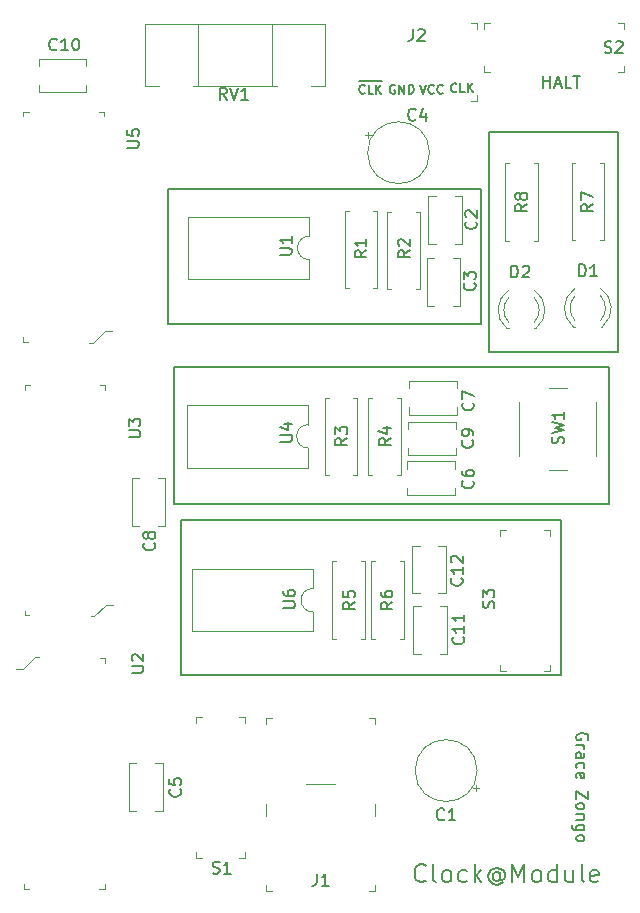
<source format=gto>
%TF.GenerationSoftware,KiCad,Pcbnew,(6.0.7)*%
%TF.CreationDate,2022-08-17T23:10:38-05:00*%
%TF.ProjectId,clock_module,636c6f63-6b5f-46d6-9f64-756c652e6b69,rev?*%
%TF.SameCoordinates,Original*%
%TF.FileFunction,Legend,Top*%
%TF.FilePolarity,Positive*%
%FSLAX46Y46*%
G04 Gerber Fmt 4.6, Leading zero omitted, Abs format (unit mm)*
G04 Created by KiCad (PCBNEW (6.0.7)) date 2022-08-17 23:10:38*
%MOMM*%
%LPD*%
G01*
G04 APERTURE LIST*
%ADD10C,0.150000*%
%ADD11C,0.100000*%
%ADD12C,0.120000*%
G04 APERTURE END LIST*
D10*
X166116000Y-75819000D02*
X177038000Y-75819000D01*
X177038000Y-75819000D02*
X177038000Y-94488000D01*
X177038000Y-94488000D02*
X166116000Y-94488000D01*
X166116000Y-94488000D02*
X166116000Y-75819000D01*
X140081000Y-108712000D02*
X172212000Y-108712000D01*
X172212000Y-108712000D02*
X172212000Y-121793000D01*
X172212000Y-121793000D02*
X140081000Y-121793000D01*
X140081000Y-121793000D02*
X140081000Y-108712000D01*
X138938000Y-80645000D02*
X165481000Y-80645000D01*
X165481000Y-80645000D02*
X165481000Y-92075000D01*
X165481000Y-92075000D02*
X138938000Y-92075000D01*
X138938000Y-92075000D02*
X138938000Y-80645000D01*
X139446000Y-95758000D02*
X176276000Y-95758000D01*
X176276000Y-95758000D02*
X176276000Y-107315000D01*
X176276000Y-107315000D02*
X139446000Y-107315000D01*
X139446000Y-107315000D02*
X139446000Y-95758000D01*
X155130500Y-71501000D02*
X157035500Y-71501000D01*
X160782000Y-139228285D02*
X160709428Y-139300857D01*
X160491714Y-139373428D01*
X160346571Y-139373428D01*
X160128857Y-139300857D01*
X159983714Y-139155714D01*
X159911142Y-139010571D01*
X159838571Y-138720285D01*
X159838571Y-138502571D01*
X159911142Y-138212285D01*
X159983714Y-138067142D01*
X160128857Y-137922000D01*
X160346571Y-137849428D01*
X160491714Y-137849428D01*
X160709428Y-137922000D01*
X160782000Y-137994571D01*
X161652857Y-139373428D02*
X161507714Y-139300857D01*
X161435142Y-139155714D01*
X161435142Y-137849428D01*
X162451142Y-139373428D02*
X162306000Y-139300857D01*
X162233428Y-139228285D01*
X162160857Y-139083142D01*
X162160857Y-138647714D01*
X162233428Y-138502571D01*
X162306000Y-138430000D01*
X162451142Y-138357428D01*
X162668857Y-138357428D01*
X162814000Y-138430000D01*
X162886571Y-138502571D01*
X162959142Y-138647714D01*
X162959142Y-139083142D01*
X162886571Y-139228285D01*
X162814000Y-139300857D01*
X162668857Y-139373428D01*
X162451142Y-139373428D01*
X164265428Y-139300857D02*
X164120285Y-139373428D01*
X163830000Y-139373428D01*
X163684857Y-139300857D01*
X163612285Y-139228285D01*
X163539714Y-139083142D01*
X163539714Y-138647714D01*
X163612285Y-138502571D01*
X163684857Y-138430000D01*
X163830000Y-138357428D01*
X164120285Y-138357428D01*
X164265428Y-138430000D01*
X164918571Y-139373428D02*
X164918571Y-137849428D01*
X165063714Y-138792857D02*
X165499142Y-139373428D01*
X165499142Y-138357428D02*
X164918571Y-138938000D01*
X167095714Y-138647714D02*
X167023142Y-138575142D01*
X166878000Y-138502571D01*
X166732857Y-138502571D01*
X166587714Y-138575142D01*
X166515142Y-138647714D01*
X166442571Y-138792857D01*
X166442571Y-138938000D01*
X166515142Y-139083142D01*
X166587714Y-139155714D01*
X166732857Y-139228285D01*
X166878000Y-139228285D01*
X167023142Y-139155714D01*
X167095714Y-139083142D01*
X167095714Y-138502571D02*
X167095714Y-139083142D01*
X167168285Y-139155714D01*
X167240857Y-139155714D01*
X167386000Y-139083142D01*
X167458571Y-138938000D01*
X167458571Y-138575142D01*
X167313428Y-138357428D01*
X167095714Y-138212285D01*
X166805428Y-138139714D01*
X166515142Y-138212285D01*
X166297428Y-138357428D01*
X166152285Y-138575142D01*
X166079714Y-138865428D01*
X166152285Y-139155714D01*
X166297428Y-139373428D01*
X166515142Y-139518571D01*
X166805428Y-139591142D01*
X167095714Y-139518571D01*
X167313428Y-139373428D01*
X168111714Y-139373428D02*
X168111714Y-137849428D01*
X168619714Y-138938000D01*
X169127714Y-137849428D01*
X169127714Y-139373428D01*
X170071142Y-139373428D02*
X169926000Y-139300857D01*
X169853428Y-139228285D01*
X169780857Y-139083142D01*
X169780857Y-138647714D01*
X169853428Y-138502571D01*
X169926000Y-138430000D01*
X170071142Y-138357428D01*
X170288857Y-138357428D01*
X170434000Y-138430000D01*
X170506571Y-138502571D01*
X170579142Y-138647714D01*
X170579142Y-139083142D01*
X170506571Y-139228285D01*
X170434000Y-139300857D01*
X170288857Y-139373428D01*
X170071142Y-139373428D01*
X171885428Y-139373428D02*
X171885428Y-137849428D01*
X171885428Y-139300857D02*
X171740285Y-139373428D01*
X171450000Y-139373428D01*
X171304857Y-139300857D01*
X171232285Y-139228285D01*
X171159714Y-139083142D01*
X171159714Y-138647714D01*
X171232285Y-138502571D01*
X171304857Y-138430000D01*
X171450000Y-138357428D01*
X171740285Y-138357428D01*
X171885428Y-138430000D01*
X173264285Y-138357428D02*
X173264285Y-139373428D01*
X172611142Y-138357428D02*
X172611142Y-139155714D01*
X172683714Y-139300857D01*
X172828857Y-139373428D01*
X173046571Y-139373428D01*
X173191714Y-139300857D01*
X173264285Y-139228285D01*
X174207714Y-139373428D02*
X174062571Y-139300857D01*
X173989999Y-139155714D01*
X173989999Y-137849428D01*
X175368857Y-139300857D02*
X175223714Y-139373428D01*
X174933428Y-139373428D01*
X174788285Y-139300857D01*
X174715714Y-139155714D01*
X174715714Y-138575142D01*
X174788285Y-138430000D01*
X174933428Y-138357428D01*
X175223714Y-138357428D01*
X175368857Y-138430000D01*
X175441428Y-138575142D01*
X175441428Y-138720285D01*
X174715714Y-138865428D01*
X158169428Y-71882000D02*
X158096857Y-71845714D01*
X157988000Y-71845714D01*
X157879142Y-71882000D01*
X157806571Y-71954571D01*
X157770285Y-72027142D01*
X157734000Y-72172285D01*
X157734000Y-72281142D01*
X157770285Y-72426285D01*
X157806571Y-72498857D01*
X157879142Y-72571428D01*
X157988000Y-72607714D01*
X158060571Y-72607714D01*
X158169428Y-72571428D01*
X158205714Y-72535142D01*
X158205714Y-72281142D01*
X158060571Y-72281142D01*
X158532285Y-72607714D02*
X158532285Y-71845714D01*
X158967714Y-72607714D01*
X158967714Y-71845714D01*
X159330571Y-72607714D02*
X159330571Y-71845714D01*
X159512000Y-71845714D01*
X159620857Y-71882000D01*
X159693428Y-71954571D01*
X159729714Y-72027142D01*
X159766000Y-72172285D01*
X159766000Y-72281142D01*
X159729714Y-72426285D01*
X159693428Y-72498857D01*
X159620857Y-72571428D01*
X159512000Y-72607714D01*
X159330571Y-72607714D01*
X160274000Y-71845714D02*
X160528000Y-72607714D01*
X160782000Y-71845714D01*
X161471428Y-72535142D02*
X161435142Y-72571428D01*
X161326285Y-72607714D01*
X161253714Y-72607714D01*
X161144857Y-72571428D01*
X161072285Y-72498857D01*
X161036000Y-72426285D01*
X160999714Y-72281142D01*
X160999714Y-72172285D01*
X161036000Y-72027142D01*
X161072285Y-71954571D01*
X161144857Y-71882000D01*
X161253714Y-71845714D01*
X161326285Y-71845714D01*
X161435142Y-71882000D01*
X161471428Y-71918285D01*
X162233428Y-72535142D02*
X162197142Y-72571428D01*
X162088285Y-72607714D01*
X162015714Y-72607714D01*
X161906857Y-72571428D01*
X161834285Y-72498857D01*
X161798000Y-72426285D01*
X161761714Y-72281142D01*
X161761714Y-72172285D01*
X161798000Y-72027142D01*
X161834285Y-71954571D01*
X161906857Y-71882000D01*
X162015714Y-71845714D01*
X162088285Y-71845714D01*
X162197142Y-71882000D01*
X162233428Y-71918285D01*
X174490000Y-127294190D02*
X174537619Y-127198952D01*
X174537619Y-127056095D01*
X174490000Y-126913238D01*
X174394761Y-126818000D01*
X174299523Y-126770380D01*
X174109047Y-126722761D01*
X173966190Y-126722761D01*
X173775714Y-126770380D01*
X173680476Y-126818000D01*
X173585238Y-126913238D01*
X173537619Y-127056095D01*
X173537619Y-127151333D01*
X173585238Y-127294190D01*
X173632857Y-127341809D01*
X173966190Y-127341809D01*
X173966190Y-127151333D01*
X173537619Y-127770380D02*
X174204285Y-127770380D01*
X174013809Y-127770380D02*
X174109047Y-127818000D01*
X174156666Y-127865619D01*
X174204285Y-127960857D01*
X174204285Y-128056095D01*
X173537619Y-128818000D02*
X174061428Y-128818000D01*
X174156666Y-128770380D01*
X174204285Y-128675142D01*
X174204285Y-128484666D01*
X174156666Y-128389428D01*
X173585238Y-128818000D02*
X173537619Y-128722761D01*
X173537619Y-128484666D01*
X173585238Y-128389428D01*
X173680476Y-128341809D01*
X173775714Y-128341809D01*
X173870952Y-128389428D01*
X173918571Y-128484666D01*
X173918571Y-128722761D01*
X173966190Y-128818000D01*
X173585238Y-129722761D02*
X173537619Y-129627523D01*
X173537619Y-129437047D01*
X173585238Y-129341809D01*
X173632857Y-129294190D01*
X173728095Y-129246571D01*
X174013809Y-129246571D01*
X174109047Y-129294190D01*
X174156666Y-129341809D01*
X174204285Y-129437047D01*
X174204285Y-129627523D01*
X174156666Y-129722761D01*
X173585238Y-130532285D02*
X173537619Y-130437047D01*
X173537619Y-130246571D01*
X173585238Y-130151333D01*
X173680476Y-130103714D01*
X174061428Y-130103714D01*
X174156666Y-130151333D01*
X174204285Y-130246571D01*
X174204285Y-130437047D01*
X174156666Y-130532285D01*
X174061428Y-130579904D01*
X173966190Y-130579904D01*
X173870952Y-130103714D01*
X174537619Y-131675142D02*
X174537619Y-132341809D01*
X173537619Y-131675142D01*
X173537619Y-132341809D01*
X173537619Y-132865619D02*
X173585238Y-132770380D01*
X173632857Y-132722761D01*
X173728095Y-132675142D01*
X174013809Y-132675142D01*
X174109047Y-132722761D01*
X174156666Y-132770380D01*
X174204285Y-132865619D01*
X174204285Y-133008476D01*
X174156666Y-133103714D01*
X174109047Y-133151333D01*
X174013809Y-133198952D01*
X173728095Y-133198952D01*
X173632857Y-133151333D01*
X173585238Y-133103714D01*
X173537619Y-133008476D01*
X173537619Y-132865619D01*
X174204285Y-133627523D02*
X173537619Y-133627523D01*
X174109047Y-133627523D02*
X174156666Y-133675142D01*
X174204285Y-133770380D01*
X174204285Y-133913238D01*
X174156666Y-134008476D01*
X174061428Y-134056095D01*
X173537619Y-134056095D01*
X174204285Y-134960857D02*
X173394761Y-134960857D01*
X173299523Y-134913238D01*
X173251904Y-134865619D01*
X173204285Y-134770380D01*
X173204285Y-134627523D01*
X173251904Y-134532285D01*
X173585238Y-134960857D02*
X173537619Y-134865619D01*
X173537619Y-134675142D01*
X173585238Y-134579904D01*
X173632857Y-134532285D01*
X173728095Y-134484666D01*
X174013809Y-134484666D01*
X174109047Y-134532285D01*
X174156666Y-134579904D01*
X174204285Y-134675142D01*
X174204285Y-134865619D01*
X174156666Y-134960857D01*
X173537619Y-135579904D02*
X173585238Y-135484666D01*
X173632857Y-135437047D01*
X173728095Y-135389428D01*
X174013809Y-135389428D01*
X174109047Y-135437047D01*
X174156666Y-135484666D01*
X174204285Y-135579904D01*
X174204285Y-135722761D01*
X174156666Y-135818000D01*
X174109047Y-135865619D01*
X174013809Y-135913238D01*
X173728095Y-135913238D01*
X173632857Y-135865619D01*
X173585238Y-135818000D01*
X173537619Y-135722761D01*
X173537619Y-135579904D01*
X155629428Y-72535142D02*
X155593142Y-72571428D01*
X155484285Y-72607714D01*
X155411714Y-72607714D01*
X155302857Y-72571428D01*
X155230285Y-72498857D01*
X155194000Y-72426285D01*
X155157714Y-72281142D01*
X155157714Y-72172285D01*
X155194000Y-72027142D01*
X155230285Y-71954571D01*
X155302857Y-71882000D01*
X155411714Y-71845714D01*
X155484285Y-71845714D01*
X155593142Y-71882000D01*
X155629428Y-71918285D01*
X156318857Y-72607714D02*
X155956000Y-72607714D01*
X155956000Y-71845714D01*
X156572857Y-72607714D02*
X156572857Y-71845714D01*
X157008285Y-72607714D02*
X156681714Y-72172285D01*
X157008285Y-71845714D02*
X156572857Y-72281142D01*
X170712000Y-72080380D02*
X170712000Y-71080380D01*
X170712000Y-71556571D02*
X171283428Y-71556571D01*
X171283428Y-72080380D02*
X171283428Y-71080380D01*
X171712000Y-71794666D02*
X172188190Y-71794666D01*
X171616761Y-72080380D02*
X171950095Y-71080380D01*
X172283428Y-72080380D01*
X173092952Y-72080380D02*
X172616761Y-72080380D01*
X172616761Y-71080380D01*
X173283428Y-71080380D02*
X173854857Y-71080380D01*
X173569142Y-72080380D02*
X173569142Y-71080380D01*
X163376428Y-72408142D02*
X163340142Y-72444428D01*
X163231285Y-72480714D01*
X163158714Y-72480714D01*
X163049857Y-72444428D01*
X162977285Y-72371857D01*
X162941000Y-72299285D01*
X162904714Y-72154142D01*
X162904714Y-72045285D01*
X162941000Y-71900142D01*
X162977285Y-71827571D01*
X163049857Y-71755000D01*
X163158714Y-71718714D01*
X163231285Y-71718714D01*
X163340142Y-71755000D01*
X163376428Y-71791285D01*
X164065857Y-72480714D02*
X163703000Y-72480714D01*
X163703000Y-71718714D01*
X164319857Y-72480714D02*
X164319857Y-71718714D01*
X164755285Y-72480714D02*
X164428714Y-72045285D01*
X164755285Y-71718714D02*
X164319857Y-72154142D01*
X142748095Y-138580761D02*
X142890952Y-138628380D01*
X143129047Y-138628380D01*
X143224285Y-138580761D01*
X143271904Y-138533142D01*
X143319523Y-138437904D01*
X143319523Y-138342666D01*
X143271904Y-138247428D01*
X143224285Y-138199809D01*
X143129047Y-138152190D01*
X142938571Y-138104571D01*
X142843333Y-138056952D01*
X142795714Y-138009333D01*
X142748095Y-137914095D01*
X142748095Y-137818857D01*
X142795714Y-137723619D01*
X142843333Y-137676000D01*
X142938571Y-137628380D01*
X143176666Y-137628380D01*
X143319523Y-137676000D01*
X144271904Y-138628380D02*
X143700476Y-138628380D01*
X143986190Y-138628380D02*
X143986190Y-137628380D01*
X143890952Y-137771238D01*
X143795714Y-137866476D01*
X143700476Y-137914095D01*
X135875780Y-121615104D02*
X136685304Y-121615104D01*
X136780542Y-121567485D01*
X136828161Y-121519866D01*
X136875780Y-121424628D01*
X136875780Y-121234152D01*
X136828161Y-121138914D01*
X136780542Y-121091295D01*
X136685304Y-121043676D01*
X135875780Y-121043676D01*
X135971019Y-120615104D02*
X135923400Y-120567485D01*
X135875780Y-120472247D01*
X135875780Y-120234152D01*
X135923400Y-120138914D01*
X135971019Y-120091295D01*
X136066257Y-120043676D01*
X136161495Y-120043676D01*
X136304352Y-120091295D01*
X136875780Y-120662723D01*
X136875780Y-120043676D01*
X155747980Y-85866266D02*
X155271790Y-86199600D01*
X155747980Y-86437695D02*
X154747980Y-86437695D01*
X154747980Y-86056742D01*
X154795600Y-85961504D01*
X154843219Y-85913885D01*
X154938457Y-85866266D01*
X155081314Y-85866266D01*
X155176552Y-85913885D01*
X155224171Y-85961504D01*
X155271790Y-86056742D01*
X155271790Y-86437695D01*
X155747980Y-84913885D02*
X155747980Y-85485314D01*
X155747980Y-85199600D02*
X154747980Y-85199600D01*
X154890838Y-85294838D01*
X154986076Y-85390076D01*
X155033695Y-85485314D01*
X143930761Y-73096380D02*
X143597428Y-72620190D01*
X143359333Y-73096380D02*
X143359333Y-72096380D01*
X143740285Y-72096380D01*
X143835523Y-72144000D01*
X143883142Y-72191619D01*
X143930761Y-72286857D01*
X143930761Y-72429714D01*
X143883142Y-72524952D01*
X143835523Y-72572571D01*
X143740285Y-72620190D01*
X143359333Y-72620190D01*
X144216476Y-72096380D02*
X144549809Y-73096380D01*
X144883142Y-72096380D01*
X145740285Y-73096380D02*
X145168857Y-73096380D01*
X145454571Y-73096380D02*
X145454571Y-72096380D01*
X145359333Y-72239238D01*
X145264095Y-72334476D01*
X145168857Y-72382095D01*
X172413561Y-102196733D02*
X172461180Y-102053876D01*
X172461180Y-101815780D01*
X172413561Y-101720542D01*
X172365942Y-101672923D01*
X172270704Y-101625304D01*
X172175466Y-101625304D01*
X172080228Y-101672923D01*
X172032609Y-101720542D01*
X171984990Y-101815780D01*
X171937371Y-102006257D01*
X171889752Y-102101495D01*
X171842133Y-102149114D01*
X171746895Y-102196733D01*
X171651657Y-102196733D01*
X171556419Y-102149114D01*
X171508800Y-102101495D01*
X171461180Y-102006257D01*
X171461180Y-101768161D01*
X171508800Y-101625304D01*
X171461180Y-101291971D02*
X172461180Y-101053876D01*
X171746895Y-100863400D01*
X172461180Y-100672923D01*
X171461180Y-100434828D01*
X172461180Y-99530066D02*
X172461180Y-100101495D01*
X172461180Y-99815780D02*
X171461180Y-99815780D01*
X171604038Y-99911019D01*
X171699276Y-100006257D01*
X171746895Y-100101495D01*
X154782780Y-115635066D02*
X154306590Y-115968400D01*
X154782780Y-116206495D02*
X153782780Y-116206495D01*
X153782780Y-115825542D01*
X153830400Y-115730304D01*
X153878019Y-115682685D01*
X153973257Y-115635066D01*
X154116114Y-115635066D01*
X154211352Y-115682685D01*
X154258971Y-115730304D01*
X154306590Y-115825542D01*
X154306590Y-116206495D01*
X153782780Y-114730304D02*
X153782780Y-115206495D01*
X154258971Y-115254114D01*
X154211352Y-115206495D01*
X154163733Y-115111257D01*
X154163733Y-114873161D01*
X154211352Y-114777923D01*
X154258971Y-114730304D01*
X154354209Y-114682685D01*
X154592304Y-114682685D01*
X154687542Y-114730304D01*
X154735161Y-114777923D01*
X154782780Y-114873161D01*
X154782780Y-115111257D01*
X154735161Y-115206495D01*
X154687542Y-115254114D01*
X159915445Y-74779142D02*
X159867826Y-74826761D01*
X159724969Y-74874380D01*
X159629731Y-74874380D01*
X159486873Y-74826761D01*
X159391635Y-74731523D01*
X159344016Y-74636285D01*
X159296397Y-74445809D01*
X159296397Y-74302952D01*
X159344016Y-74112476D01*
X159391635Y-74017238D01*
X159486873Y-73922000D01*
X159629731Y-73874380D01*
X159724969Y-73874380D01*
X159867826Y-73922000D01*
X159915445Y-73969619D01*
X160772588Y-74207714D02*
X160772588Y-74874380D01*
X160534492Y-73826761D02*
X160296397Y-74541047D01*
X160915445Y-74541047D01*
X173759904Y-88056980D02*
X173759904Y-87056980D01*
X173998000Y-87056980D01*
X174140857Y-87104600D01*
X174236095Y-87199838D01*
X174283714Y-87295076D01*
X174331333Y-87485552D01*
X174331333Y-87628409D01*
X174283714Y-87818885D01*
X174236095Y-87914123D01*
X174140857Y-88009361D01*
X173998000Y-88056980D01*
X173759904Y-88056980D01*
X175283714Y-88056980D02*
X174712285Y-88056980D01*
X174998000Y-88056980D02*
X174998000Y-87056980D01*
X174902761Y-87199838D01*
X174807523Y-87295076D01*
X174712285Y-87342695D01*
X159430980Y-85866266D02*
X158954790Y-86199600D01*
X159430980Y-86437695D02*
X158430980Y-86437695D01*
X158430980Y-86056742D01*
X158478600Y-85961504D01*
X158526219Y-85913885D01*
X158621457Y-85866266D01*
X158764314Y-85866266D01*
X158859552Y-85913885D01*
X158907171Y-85961504D01*
X158954790Y-86056742D01*
X158954790Y-86437695D01*
X158526219Y-85485314D02*
X158478600Y-85437695D01*
X158430980Y-85342457D01*
X158430980Y-85104361D01*
X158478600Y-85009123D01*
X158526219Y-84961504D01*
X158621457Y-84913885D01*
X158716695Y-84913885D01*
X158859552Y-84961504D01*
X159430980Y-85532933D01*
X159430980Y-84913885D01*
X164771342Y-98769466D02*
X164818961Y-98817085D01*
X164866580Y-98959942D01*
X164866580Y-99055180D01*
X164818961Y-99198038D01*
X164723723Y-99293276D01*
X164628485Y-99340895D01*
X164438009Y-99388514D01*
X164295152Y-99388514D01*
X164104676Y-99340895D01*
X164009438Y-99293276D01*
X163914200Y-99198038D01*
X163866580Y-99055180D01*
X163866580Y-98959942D01*
X163914200Y-98817085D01*
X163961819Y-98769466D01*
X163866580Y-98436133D02*
X163866580Y-97769466D01*
X164866580Y-98198038D01*
X163806142Y-113622057D02*
X163853761Y-113669676D01*
X163901380Y-113812533D01*
X163901380Y-113907771D01*
X163853761Y-114050628D01*
X163758523Y-114145866D01*
X163663285Y-114193485D01*
X163472809Y-114241104D01*
X163329952Y-114241104D01*
X163139476Y-114193485D01*
X163044238Y-114145866D01*
X162949000Y-114050628D01*
X162901380Y-113907771D01*
X162901380Y-113812533D01*
X162949000Y-113669676D01*
X162996619Y-113622057D01*
X163901380Y-112669676D02*
X163901380Y-113241104D01*
X163901380Y-112955390D02*
X162901380Y-112955390D01*
X163044238Y-113050628D01*
X163139476Y-113145866D01*
X163187095Y-113241104D01*
X162996619Y-112288723D02*
X162949000Y-112241104D01*
X162901380Y-112145866D01*
X162901380Y-111907771D01*
X162949000Y-111812533D01*
X162996619Y-111764914D01*
X163091857Y-111717295D01*
X163187095Y-111717295D01*
X163329952Y-111764914D01*
X163901380Y-112336342D01*
X163901380Y-111717295D01*
X169362380Y-81954666D02*
X168886190Y-82288000D01*
X169362380Y-82526095D02*
X168362380Y-82526095D01*
X168362380Y-82145142D01*
X168410000Y-82049904D01*
X168457619Y-82002285D01*
X168552857Y-81954666D01*
X168695714Y-81954666D01*
X168790952Y-82002285D01*
X168838571Y-82049904D01*
X168886190Y-82145142D01*
X168886190Y-82526095D01*
X168790952Y-81383238D02*
X168743333Y-81478476D01*
X168695714Y-81526095D01*
X168600476Y-81573714D01*
X168552857Y-81573714D01*
X168457619Y-81526095D01*
X168410000Y-81478476D01*
X168362380Y-81383238D01*
X168362380Y-81192761D01*
X168410000Y-81097523D01*
X168457619Y-81049904D01*
X168552857Y-81002285D01*
X168600476Y-81002285D01*
X168695714Y-81049904D01*
X168743333Y-81097523D01*
X168790952Y-81192761D01*
X168790952Y-81383238D01*
X168838571Y-81478476D01*
X168886190Y-81526095D01*
X168981428Y-81573714D01*
X169171904Y-81573714D01*
X169267142Y-81526095D01*
X169314761Y-81478476D01*
X169362380Y-81383238D01*
X169362380Y-81192761D01*
X169314761Y-81097523D01*
X169267142Y-81049904D01*
X169171904Y-81002285D01*
X168981428Y-81002285D01*
X168886190Y-81049904D01*
X168838571Y-81097523D01*
X168790952Y-81192761D01*
X154122380Y-101766666D02*
X153646190Y-102100000D01*
X154122380Y-102338095D02*
X153122380Y-102338095D01*
X153122380Y-101957142D01*
X153170000Y-101861904D01*
X153217619Y-101814285D01*
X153312857Y-101766666D01*
X153455714Y-101766666D01*
X153550952Y-101814285D01*
X153598571Y-101861904D01*
X153646190Y-101957142D01*
X153646190Y-102338095D01*
X153122380Y-101433333D02*
X153122380Y-100814285D01*
X153503333Y-101147619D01*
X153503333Y-101004761D01*
X153550952Y-100909523D01*
X153598571Y-100861904D01*
X153693809Y-100814285D01*
X153931904Y-100814285D01*
X154027142Y-100861904D01*
X154074761Y-100909523D01*
X154122380Y-101004761D01*
X154122380Y-101290476D01*
X154074761Y-101385714D01*
X154027142Y-101433333D01*
X148474180Y-102057104D02*
X149283704Y-102057104D01*
X149378942Y-102009485D01*
X149426561Y-101961866D01*
X149474180Y-101866628D01*
X149474180Y-101676152D01*
X149426561Y-101580914D01*
X149378942Y-101533295D01*
X149283704Y-101485676D01*
X148474180Y-101485676D01*
X148807514Y-100580914D02*
X149474180Y-100580914D01*
X148426561Y-100819009D02*
X149140847Y-101057104D01*
X149140847Y-100438057D01*
X174950380Y-81954666D02*
X174474190Y-82288000D01*
X174950380Y-82526095D02*
X173950380Y-82526095D01*
X173950380Y-82145142D01*
X173998000Y-82049904D01*
X174045619Y-82002285D01*
X174140857Y-81954666D01*
X174283714Y-81954666D01*
X174378952Y-82002285D01*
X174426571Y-82049904D01*
X174474190Y-82145142D01*
X174474190Y-82526095D01*
X173950380Y-81621333D02*
X173950380Y-80954666D01*
X174950380Y-81383238D01*
X164720542Y-101944466D02*
X164768161Y-101992085D01*
X164815780Y-102134942D01*
X164815780Y-102230180D01*
X164768161Y-102373038D01*
X164672923Y-102468276D01*
X164577685Y-102515895D01*
X164387209Y-102563514D01*
X164244352Y-102563514D01*
X164053876Y-102515895D01*
X163958638Y-102468276D01*
X163863400Y-102373038D01*
X163815780Y-102230180D01*
X163815780Y-102134942D01*
X163863400Y-101992085D01*
X163911019Y-101944466D01*
X164815780Y-101468276D02*
X164815780Y-101277800D01*
X164768161Y-101182561D01*
X164720542Y-101134942D01*
X164577685Y-101039704D01*
X164387209Y-100992085D01*
X164006257Y-100992085D01*
X163911019Y-101039704D01*
X163863400Y-101087323D01*
X163815780Y-101182561D01*
X163815780Y-101373038D01*
X163863400Y-101468276D01*
X163911019Y-101515895D01*
X164006257Y-101563514D01*
X164244352Y-101563514D01*
X164339590Y-101515895D01*
X164387209Y-101468276D01*
X164434828Y-101373038D01*
X164434828Y-101182561D01*
X164387209Y-101087323D01*
X164339590Y-101039704D01*
X164244352Y-100992085D01*
X162337133Y-134016829D02*
X162289514Y-134064448D01*
X162146657Y-134112067D01*
X162051419Y-134112067D01*
X161908561Y-134064448D01*
X161813323Y-133969210D01*
X161765704Y-133873972D01*
X161718085Y-133683496D01*
X161718085Y-133540639D01*
X161765704Y-133350163D01*
X161813323Y-133254925D01*
X161908561Y-133159687D01*
X162051419Y-133112067D01*
X162146657Y-133112067D01*
X162289514Y-133159687D01*
X162337133Y-133207306D01*
X163289514Y-134112067D02*
X162718085Y-134112067D01*
X163003800Y-134112067D02*
X163003800Y-133112067D01*
X162908561Y-133254925D01*
X162813323Y-133350163D01*
X162718085Y-133397782D01*
X135494780Y-77165104D02*
X136304304Y-77165104D01*
X136399542Y-77117485D01*
X136447161Y-77069866D01*
X136494780Y-76974628D01*
X136494780Y-76784152D01*
X136447161Y-76688914D01*
X136399542Y-76641295D01*
X136304304Y-76593676D01*
X135494780Y-76593676D01*
X135494780Y-75641295D02*
X135494780Y-76117485D01*
X135970971Y-76165104D01*
X135923352Y-76117485D01*
X135875733Y-76022247D01*
X135875733Y-75784152D01*
X135923352Y-75688914D01*
X135970971Y-75641295D01*
X136066209Y-75593676D01*
X136304304Y-75593676D01*
X136399542Y-75641295D01*
X136447161Y-75688914D01*
X136494780Y-75784152D01*
X136494780Y-76022247D01*
X136447161Y-76117485D01*
X136399542Y-76165104D01*
X166548761Y-116127904D02*
X166596380Y-115985047D01*
X166596380Y-115746952D01*
X166548761Y-115651714D01*
X166501142Y-115604095D01*
X166405904Y-115556476D01*
X166310666Y-115556476D01*
X166215428Y-115604095D01*
X166167809Y-115651714D01*
X166120190Y-115746952D01*
X166072571Y-115937428D01*
X166024952Y-116032666D01*
X165977333Y-116080285D01*
X165882095Y-116127904D01*
X165786857Y-116127904D01*
X165691619Y-116080285D01*
X165644000Y-116032666D01*
X165596380Y-115937428D01*
X165596380Y-115699333D01*
X165644000Y-115556476D01*
X165596380Y-115223142D02*
X165596380Y-114604095D01*
X165977333Y-114937428D01*
X165977333Y-114794571D01*
X166024952Y-114699333D01*
X166072571Y-114651714D01*
X166167809Y-114604095D01*
X166405904Y-114604095D01*
X166501142Y-114651714D01*
X166548761Y-114699333D01*
X166596380Y-114794571D01*
X166596380Y-115080285D01*
X166548761Y-115175523D01*
X166501142Y-115223142D01*
X175920495Y-69111761D02*
X176063352Y-69159380D01*
X176301447Y-69159380D01*
X176396685Y-69111761D01*
X176444304Y-69064142D01*
X176491923Y-68968904D01*
X176491923Y-68873666D01*
X176444304Y-68778428D01*
X176396685Y-68730809D01*
X176301447Y-68683190D01*
X176110971Y-68635571D01*
X176015733Y-68587952D01*
X175968114Y-68540333D01*
X175920495Y-68445095D01*
X175920495Y-68349857D01*
X175968114Y-68254619D01*
X176015733Y-68207000D01*
X176110971Y-68159380D01*
X176349066Y-68159380D01*
X176491923Y-68207000D01*
X176872876Y-68254619D02*
X176920495Y-68207000D01*
X177015733Y-68159380D01*
X177253828Y-68159380D01*
X177349066Y-68207000D01*
X177396685Y-68254619D01*
X177444304Y-68349857D01*
X177444304Y-68445095D01*
X177396685Y-68587952D01*
X176825257Y-69159380D01*
X177444304Y-69159380D01*
X164745942Y-105373466D02*
X164793561Y-105421085D01*
X164841180Y-105563942D01*
X164841180Y-105659180D01*
X164793561Y-105802038D01*
X164698323Y-105897276D01*
X164603085Y-105944895D01*
X164412609Y-105992514D01*
X164269752Y-105992514D01*
X164079276Y-105944895D01*
X163984038Y-105897276D01*
X163888800Y-105802038D01*
X163841180Y-105659180D01*
X163841180Y-105563942D01*
X163888800Y-105421085D01*
X163936419Y-105373466D01*
X163841180Y-104516323D02*
X163841180Y-104706800D01*
X163888800Y-104802038D01*
X163936419Y-104849657D01*
X164079276Y-104944895D01*
X164269752Y-104992514D01*
X164650704Y-104992514D01*
X164745942Y-104944895D01*
X164793561Y-104897276D01*
X164841180Y-104802038D01*
X164841180Y-104611561D01*
X164793561Y-104516323D01*
X164745942Y-104468704D01*
X164650704Y-104421085D01*
X164412609Y-104421085D01*
X164317371Y-104468704D01*
X164269752Y-104516323D01*
X164222133Y-104611561D01*
X164222133Y-104802038D01*
X164269752Y-104897276D01*
X164317371Y-104944895D01*
X164412609Y-104992514D01*
X135621780Y-101676104D02*
X136431304Y-101676104D01*
X136526542Y-101628485D01*
X136574161Y-101580866D01*
X136621780Y-101485628D01*
X136621780Y-101295152D01*
X136574161Y-101199914D01*
X136526542Y-101152295D01*
X136431304Y-101104676D01*
X135621780Y-101104676D01*
X135621780Y-100723723D02*
X135621780Y-100104676D01*
X136002733Y-100438009D01*
X136002733Y-100295152D01*
X136050352Y-100199914D01*
X136097971Y-100152295D01*
X136193209Y-100104676D01*
X136431304Y-100104676D01*
X136526542Y-100152295D01*
X136574161Y-100199914D01*
X136621780Y-100295152D01*
X136621780Y-100580866D01*
X136574161Y-100676104D01*
X136526542Y-100723723D01*
X157805380Y-101766666D02*
X157329190Y-102100000D01*
X157805380Y-102338095D02*
X156805380Y-102338095D01*
X156805380Y-101957142D01*
X156853000Y-101861904D01*
X156900619Y-101814285D01*
X156995857Y-101766666D01*
X157138714Y-101766666D01*
X157233952Y-101814285D01*
X157281571Y-101861904D01*
X157329190Y-101957142D01*
X157329190Y-102338095D01*
X157138714Y-100909523D02*
X157805380Y-100909523D01*
X156757761Y-101147619D02*
X157472047Y-101385714D01*
X157472047Y-100766666D01*
X157957780Y-115635066D02*
X157481590Y-115968400D01*
X157957780Y-116206495D02*
X156957780Y-116206495D01*
X156957780Y-115825542D01*
X157005400Y-115730304D01*
X157053019Y-115682685D01*
X157148257Y-115635066D01*
X157291114Y-115635066D01*
X157386352Y-115682685D01*
X157433971Y-115730304D01*
X157481590Y-115825542D01*
X157481590Y-116206495D01*
X156957780Y-114777923D02*
X156957780Y-114968400D01*
X157005400Y-115063638D01*
X157053019Y-115111257D01*
X157195876Y-115206495D01*
X157386352Y-115254114D01*
X157767304Y-115254114D01*
X157862542Y-115206495D01*
X157910161Y-115158876D01*
X157957780Y-115063638D01*
X157957780Y-114873161D01*
X157910161Y-114777923D01*
X157862542Y-114730304D01*
X157767304Y-114682685D01*
X157529209Y-114682685D01*
X157433971Y-114730304D01*
X157386352Y-114777923D01*
X157338733Y-114873161D01*
X157338733Y-115063638D01*
X157386352Y-115158876D01*
X157433971Y-115206495D01*
X157529209Y-115254114D01*
X137771142Y-110656666D02*
X137818761Y-110704285D01*
X137866380Y-110847142D01*
X137866380Y-110942380D01*
X137818761Y-111085238D01*
X137723523Y-111180476D01*
X137628285Y-111228095D01*
X137437809Y-111275714D01*
X137294952Y-111275714D01*
X137104476Y-111228095D01*
X137009238Y-111180476D01*
X136914000Y-111085238D01*
X136866380Y-110942380D01*
X136866380Y-110847142D01*
X136914000Y-110704285D01*
X136961619Y-110656666D01*
X137294952Y-110085238D02*
X137247333Y-110180476D01*
X137199714Y-110228095D01*
X137104476Y-110275714D01*
X137056857Y-110275714D01*
X136961619Y-110228095D01*
X136914000Y-110180476D01*
X136866380Y-110085238D01*
X136866380Y-109894761D01*
X136914000Y-109799523D01*
X136961619Y-109751904D01*
X137056857Y-109704285D01*
X137104476Y-109704285D01*
X137199714Y-109751904D01*
X137247333Y-109799523D01*
X137294952Y-109894761D01*
X137294952Y-110085238D01*
X137342571Y-110180476D01*
X137390190Y-110228095D01*
X137485428Y-110275714D01*
X137675904Y-110275714D01*
X137771142Y-110228095D01*
X137818761Y-110180476D01*
X137866380Y-110085238D01*
X137866380Y-109894761D01*
X137818761Y-109799523D01*
X137771142Y-109751904D01*
X137675904Y-109704285D01*
X137485428Y-109704285D01*
X137390190Y-109751904D01*
X137342571Y-109799523D01*
X137294952Y-109894761D01*
X168019504Y-88158580D02*
X168019504Y-87158580D01*
X168257600Y-87158580D01*
X168400457Y-87206200D01*
X168495695Y-87301438D01*
X168543314Y-87396676D01*
X168590933Y-87587152D01*
X168590933Y-87730009D01*
X168543314Y-87920485D01*
X168495695Y-88015723D01*
X168400457Y-88110961D01*
X168257600Y-88158580D01*
X168019504Y-88158580D01*
X168971885Y-87253819D02*
X169019504Y-87206200D01*
X169114742Y-87158580D01*
X169352838Y-87158580D01*
X169448076Y-87206200D01*
X169495695Y-87253819D01*
X169543314Y-87349057D01*
X169543314Y-87444295D01*
X169495695Y-87587152D01*
X168924266Y-88158580D01*
X169543314Y-88158580D01*
X151558666Y-138644380D02*
X151558666Y-139358666D01*
X151511047Y-139501523D01*
X151415809Y-139596761D01*
X151272952Y-139644380D01*
X151177714Y-139644380D01*
X152558666Y-139644380D02*
X151987238Y-139644380D01*
X152272952Y-139644380D02*
X152272952Y-138644380D01*
X152177714Y-138787238D01*
X152082476Y-138882476D01*
X151987238Y-138930095D01*
X139979629Y-131488753D02*
X140027248Y-131536372D01*
X140074867Y-131679229D01*
X140074867Y-131774467D01*
X140027248Y-131917325D01*
X139932010Y-132012563D01*
X139836772Y-132060182D01*
X139646296Y-132107801D01*
X139503439Y-132107801D01*
X139312963Y-132060182D01*
X139217725Y-132012563D01*
X139122487Y-131917325D01*
X139074867Y-131774467D01*
X139074867Y-131679229D01*
X139122487Y-131536372D01*
X139170106Y-131488753D01*
X139074867Y-130583991D02*
X139074867Y-131060182D01*
X139551058Y-131107801D01*
X139503439Y-131060182D01*
X139455820Y-130964944D01*
X139455820Y-130726848D01*
X139503439Y-130631610D01*
X139551058Y-130583991D01*
X139646296Y-130536372D01*
X139884391Y-130536372D01*
X139979629Y-130583991D01*
X140027248Y-130631610D01*
X140074867Y-130726848D01*
X140074867Y-130964944D01*
X140027248Y-131060182D01*
X139979629Y-131107801D01*
X165025342Y-83427866D02*
X165072961Y-83475485D01*
X165120580Y-83618342D01*
X165120580Y-83713580D01*
X165072961Y-83856438D01*
X164977723Y-83951676D01*
X164882485Y-83999295D01*
X164692009Y-84046914D01*
X164549152Y-84046914D01*
X164358676Y-83999295D01*
X164263438Y-83951676D01*
X164168200Y-83856438D01*
X164120580Y-83713580D01*
X164120580Y-83618342D01*
X164168200Y-83475485D01*
X164215819Y-83427866D01*
X164215819Y-83046914D02*
X164168200Y-82999295D01*
X164120580Y-82904057D01*
X164120580Y-82665961D01*
X164168200Y-82570723D01*
X164215819Y-82523104D01*
X164311057Y-82475485D01*
X164406295Y-82475485D01*
X164549152Y-82523104D01*
X165120580Y-83094533D01*
X165120580Y-82475485D01*
X163933142Y-118600457D02*
X163980761Y-118648076D01*
X164028380Y-118790933D01*
X164028380Y-118886171D01*
X163980761Y-119029028D01*
X163885523Y-119124266D01*
X163790285Y-119171885D01*
X163599809Y-119219504D01*
X163456952Y-119219504D01*
X163266476Y-119171885D01*
X163171238Y-119124266D01*
X163076000Y-119029028D01*
X163028380Y-118886171D01*
X163028380Y-118790933D01*
X163076000Y-118648076D01*
X163123619Y-118600457D01*
X164028380Y-117648076D02*
X164028380Y-118219504D01*
X164028380Y-117933790D02*
X163028380Y-117933790D01*
X163171238Y-118029028D01*
X163266476Y-118124266D01*
X163314095Y-118219504D01*
X164028380Y-116695695D02*
X164028380Y-117267123D01*
X164028380Y-116981409D02*
X163028380Y-116981409D01*
X163171238Y-117076647D01*
X163266476Y-117171885D01*
X163314095Y-117267123D01*
X164898342Y-88629466D02*
X164945961Y-88677085D01*
X164993580Y-88819942D01*
X164993580Y-88915180D01*
X164945961Y-89058038D01*
X164850723Y-89153276D01*
X164755485Y-89200895D01*
X164565009Y-89248514D01*
X164422152Y-89248514D01*
X164231676Y-89200895D01*
X164136438Y-89153276D01*
X164041200Y-89058038D01*
X163993580Y-88915180D01*
X163993580Y-88819942D01*
X164041200Y-88677085D01*
X164088819Y-88629466D01*
X163993580Y-88296133D02*
X163993580Y-87677085D01*
X164374533Y-88010419D01*
X164374533Y-87867561D01*
X164422152Y-87772323D01*
X164469771Y-87724704D01*
X164565009Y-87677085D01*
X164803104Y-87677085D01*
X164898342Y-87724704D01*
X164945961Y-87772323D01*
X164993580Y-87867561D01*
X164993580Y-88153276D01*
X164945961Y-88248514D01*
X164898342Y-88296133D01*
X129532142Y-68835542D02*
X129484523Y-68883161D01*
X129341666Y-68930780D01*
X129246428Y-68930780D01*
X129103571Y-68883161D01*
X129008333Y-68787923D01*
X128960714Y-68692685D01*
X128913095Y-68502209D01*
X128913095Y-68359352D01*
X128960714Y-68168876D01*
X129008333Y-68073638D01*
X129103571Y-67978400D01*
X129246428Y-67930780D01*
X129341666Y-67930780D01*
X129484523Y-67978400D01*
X129532142Y-68026019D01*
X130484523Y-68930780D02*
X129913095Y-68930780D01*
X130198809Y-68930780D02*
X130198809Y-67930780D01*
X130103571Y-68073638D01*
X130008333Y-68168876D01*
X129913095Y-68216495D01*
X131103571Y-67930780D02*
X131198809Y-67930780D01*
X131294047Y-67978400D01*
X131341666Y-68026019D01*
X131389285Y-68121257D01*
X131436904Y-68311733D01*
X131436904Y-68549828D01*
X131389285Y-68740304D01*
X131341666Y-68835542D01*
X131294047Y-68883161D01*
X131198809Y-68930780D01*
X131103571Y-68930780D01*
X131008333Y-68883161D01*
X130960714Y-68835542D01*
X130913095Y-68740304D01*
X130865476Y-68549828D01*
X130865476Y-68311733D01*
X130913095Y-68121257D01*
X130960714Y-68026019D01*
X131008333Y-67978400D01*
X131103571Y-67930780D01*
X148423380Y-86232904D02*
X149232904Y-86232904D01*
X149328142Y-86185285D01*
X149375761Y-86137666D01*
X149423380Y-86042428D01*
X149423380Y-85851952D01*
X149375761Y-85756714D01*
X149328142Y-85709095D01*
X149232904Y-85661476D01*
X148423380Y-85661476D01*
X149423380Y-84661476D02*
X149423380Y-85232904D01*
X149423380Y-84947190D02*
X148423380Y-84947190D01*
X148566238Y-85042428D01*
X148661476Y-85137666D01*
X148709095Y-85232904D01*
X159686666Y-67143380D02*
X159686666Y-67857666D01*
X159639047Y-68000523D01*
X159543809Y-68095761D01*
X159400952Y-68143380D01*
X159305714Y-68143380D01*
X160115238Y-67238619D02*
X160162857Y-67191000D01*
X160258095Y-67143380D01*
X160496190Y-67143380D01*
X160591428Y-67191000D01*
X160639047Y-67238619D01*
X160686666Y-67333857D01*
X160686666Y-67429095D01*
X160639047Y-67571952D01*
X160067619Y-68143380D01*
X160686666Y-68143380D01*
X148702780Y-116154104D02*
X149512304Y-116154104D01*
X149607542Y-116106485D01*
X149655161Y-116058866D01*
X149702780Y-115963628D01*
X149702780Y-115773152D01*
X149655161Y-115677914D01*
X149607542Y-115630295D01*
X149512304Y-115582676D01*
X148702780Y-115582676D01*
X148702780Y-114677914D02*
X148702780Y-114868390D01*
X148750400Y-114963628D01*
X148798019Y-115011247D01*
X148940876Y-115106485D01*
X149131352Y-115154104D01*
X149512304Y-115154104D01*
X149607542Y-115106485D01*
X149655161Y-115058866D01*
X149702780Y-114963628D01*
X149702780Y-114773152D01*
X149655161Y-114677914D01*
X149607542Y-114630295D01*
X149512304Y-114582676D01*
X149274209Y-114582676D01*
X149178971Y-114630295D01*
X149131352Y-114677914D01*
X149083733Y-114773152D01*
X149083733Y-114963628D01*
X149131352Y-115058866D01*
X149178971Y-115106485D01*
X149274209Y-115154104D01*
D11*
X145497087Y-137277487D02*
X144997087Y-137277487D01*
X141297087Y-125377487D02*
X141297087Y-125877487D01*
X145497087Y-125377487D02*
X145497087Y-125877487D01*
X145497087Y-137277487D02*
X145497087Y-136777487D01*
X141297087Y-125377487D02*
X141797087Y-125377487D01*
X145497087Y-125377487D02*
X144997087Y-125377487D01*
X141297087Y-137277487D02*
X141297087Y-136777487D01*
X141297087Y-137277487D02*
X141797087Y-137277487D01*
X133604487Y-139913687D02*
X133604487Y-139513687D01*
X128004487Y-120313687D02*
X127704487Y-120313687D01*
X133104487Y-139913687D02*
X133604487Y-139913687D01*
X133604487Y-120413687D02*
X133204487Y-120413687D01*
X126804487Y-139513687D02*
X126804487Y-139913687D01*
X126324487Y-121313687D02*
X126074487Y-121313687D01*
X127704487Y-120313687D02*
X126704487Y-121313687D01*
X126704487Y-121313687D02*
X126334487Y-121313687D01*
X133604487Y-120813687D02*
X133604487Y-120413687D01*
X126804487Y-139913687D02*
X127204487Y-139913687D01*
D12*
X156665600Y-82505800D02*
X156665600Y-89045800D01*
X153925600Y-82505800D02*
X153925600Y-89045800D01*
X156335600Y-82505800D02*
X156665600Y-82505800D01*
X154255600Y-82505800D02*
X153925600Y-82505800D01*
X153925600Y-89045800D02*
X154255600Y-89045800D01*
X156665600Y-89045800D02*
X156335600Y-89045800D01*
X137007600Y-66680800D02*
X152247600Y-66680800D01*
X141507600Y-66680800D02*
X147748600Y-66680800D01*
X151052600Y-71921800D02*
X152247600Y-71921800D01*
X141053600Y-71921800D02*
X148202600Y-71921800D01*
X147748600Y-71921800D02*
X147748600Y-66680800D01*
X152247600Y-71921800D02*
X152247600Y-66680800D01*
X141507600Y-71921800D02*
X141507600Y-66680800D01*
X141507600Y-71921800D02*
X147748600Y-71921800D01*
X137007600Y-71921800D02*
X138201600Y-71921800D01*
X137007600Y-71921800D02*
X137007600Y-66680800D01*
X175208000Y-103240400D02*
X175208000Y-98740400D01*
X168708000Y-98740400D02*
X168708000Y-103240400D01*
X171208000Y-104490400D02*
X172708000Y-104490400D01*
X172708000Y-97490400D02*
X171208000Y-97490400D01*
X155598800Y-118738400D02*
X155598800Y-112198400D01*
X152858800Y-118738400D02*
X152858800Y-112198400D01*
X153188800Y-118738400D02*
X152858800Y-118738400D01*
X155268800Y-118738400D02*
X155598800Y-118738400D01*
X155598800Y-112198400D02*
X155268800Y-112198400D01*
X152858800Y-112198400D02*
X153188800Y-112198400D01*
X155671225Y-76122000D02*
X156171225Y-76122000D01*
X155921225Y-75872000D02*
X155921225Y-76372000D01*
X161096000Y-77597000D02*
G75*
G03*
X161096000Y-77597000I-2620000J0D01*
G01*
X175578000Y-91800161D02*
G75*
G03*
X175577837Y-89718070I-1080000J1040961D01*
G01*
X173418163Y-89718070D02*
G75*
G03*
X173418000Y-91800161I1079837J-1041130D01*
G01*
X173419392Y-89086865D02*
G75*
G03*
X173262484Y-92319200I1078608J-1672335D01*
G01*
X175733516Y-92319200D02*
G75*
G03*
X175576608Y-89086865I-1235516J1560000D01*
G01*
X175578000Y-92319200D02*
X175734000Y-92319200D01*
X173262000Y-92319200D02*
X173418000Y-92319200D01*
X157532400Y-82582000D02*
X157862400Y-82582000D01*
X159942400Y-89122000D02*
X160272400Y-89122000D01*
X160272400Y-89122000D02*
X160272400Y-82582000D01*
X160272400Y-82582000D02*
X159942400Y-82582000D01*
X157532400Y-89122000D02*
X157532400Y-82582000D01*
X157862400Y-89122000D02*
X157532400Y-89122000D01*
X159346200Y-96928800D02*
X159346200Y-97553800D01*
X159346200Y-96928800D02*
X163386200Y-96928800D01*
X163386200Y-99143800D02*
X163386200Y-99768800D01*
X163386200Y-96928800D02*
X163386200Y-97553800D01*
X159346200Y-99768800D02*
X163386200Y-99768800D01*
X159346200Y-99143800D02*
X159346200Y-99768800D01*
X162481400Y-114897600D02*
X162481400Y-110857600D01*
X161856400Y-114897600D02*
X162481400Y-114897600D01*
X159641400Y-114897600D02*
X160266400Y-114897600D01*
X159641400Y-114897600D02*
X159641400Y-110857600D01*
X161856400Y-110857600D02*
X162481400Y-110857600D01*
X159641400Y-110857600D02*
X160266400Y-110857600D01*
X167844600Y-78492600D02*
X167514600Y-78492600D01*
X167514600Y-78492600D02*
X167514600Y-85032600D01*
X170254600Y-78492600D02*
X170254600Y-85032600D01*
X169924600Y-78492600D02*
X170254600Y-78492600D01*
X170254600Y-85032600D02*
X169924600Y-85032600D01*
X167514600Y-85032600D02*
X167844600Y-85032600D01*
X152249200Y-98330000D02*
X152579200Y-98330000D01*
X154989200Y-98330000D02*
X154659200Y-98330000D01*
X154989200Y-104870000D02*
X154989200Y-98330000D01*
X154659200Y-104870000D02*
X154989200Y-104870000D01*
X152579200Y-104870000D02*
X152249200Y-104870000D01*
X152249200Y-104870000D02*
X152249200Y-98330000D01*
X150849800Y-100610000D02*
G75*
G03*
X150849800Y-102610000I0J-1000000D01*
G01*
X150849800Y-100610000D02*
X150849800Y-98960000D01*
X140569800Y-104260000D02*
X150849800Y-104260000D01*
X150849800Y-104260000D02*
X150849800Y-102610000D01*
X140569800Y-98960000D02*
X140569800Y-104260000D01*
X150849800Y-98960000D02*
X140569800Y-98960000D01*
X173128000Y-78467200D02*
X173128000Y-85007200D01*
X173128000Y-85007200D02*
X173458000Y-85007200D01*
X175868000Y-85007200D02*
X175538000Y-85007200D01*
X175868000Y-78467200D02*
X175868000Y-85007200D01*
X173458000Y-78467200D02*
X173128000Y-78467200D01*
X175538000Y-78467200D02*
X175868000Y-78467200D01*
X159295400Y-100357800D02*
X159295400Y-100982800D01*
X163335400Y-102572800D02*
X163335400Y-103197800D01*
X163335400Y-100357800D02*
X163335400Y-100982800D01*
X159295400Y-102572800D02*
X159295400Y-103197800D01*
X159295400Y-103197800D02*
X163335400Y-103197800D01*
X159295400Y-100357800D02*
X163335400Y-100357800D01*
X165058575Y-131634687D02*
X165058575Y-131134687D01*
X165308575Y-131384687D02*
X164808575Y-131384687D01*
X165123800Y-129909687D02*
G75*
G03*
X165123800Y-129909687I-2620000J0D01*
G01*
D11*
X132598200Y-93730800D02*
X133598200Y-92730800D01*
X127198200Y-74130800D02*
X126698200Y-74130800D01*
X126698200Y-74130800D02*
X126698200Y-74530800D01*
X133498200Y-74130800D02*
X133098200Y-74130800D01*
X133978200Y-92730800D02*
X134228200Y-92730800D01*
X126698200Y-93630800D02*
X127098200Y-93630800D01*
X132298200Y-93730800D02*
X132598200Y-93730800D01*
X133598200Y-92730800D02*
X133968200Y-92730800D01*
X133498200Y-74530800D02*
X133498200Y-74130800D01*
X126698200Y-93230800D02*
X126698200Y-93630800D01*
X167064000Y-121456000D02*
X167564000Y-121456000D01*
X167064000Y-109556000D02*
X167564000Y-109556000D01*
X171264000Y-121456000D02*
X170764000Y-121456000D01*
X171264000Y-109556000D02*
X170764000Y-109556000D01*
X167064000Y-121456000D02*
X167064000Y-120956000D01*
X171264000Y-109556000D02*
X171264000Y-110056000D01*
X167064000Y-109556000D02*
X167064000Y-110056000D01*
X171264000Y-121456000D02*
X171264000Y-120956000D01*
X165691000Y-66581600D02*
X165691000Y-67081600D01*
X165691000Y-70781600D02*
X165691000Y-70281600D01*
X177591000Y-66581600D02*
X177091000Y-66581600D01*
X177591000Y-70781600D02*
X177591000Y-70281600D01*
X177591000Y-70781600D02*
X177091000Y-70781600D01*
X165691000Y-70781600D02*
X166191000Y-70781600D01*
X177591000Y-66581600D02*
X177591000Y-67081600D01*
X165691000Y-66581600D02*
X166191000Y-66581600D01*
D12*
X163259200Y-103736000D02*
X163259200Y-104361000D01*
X163259200Y-105951000D02*
X163259200Y-106576000D01*
X159219200Y-105951000D02*
X159219200Y-106576000D01*
X159219200Y-106576000D02*
X163259200Y-106576000D01*
X159219200Y-103736000D02*
X159219200Y-104361000D01*
X159219200Y-103736000D02*
X163259200Y-103736000D01*
D11*
X133610400Y-97660200D02*
X133610400Y-97260200D01*
X126810400Y-116360200D02*
X126810400Y-116760200D01*
X126810400Y-97260200D02*
X126810400Y-97660200D01*
X132410400Y-116860200D02*
X132710400Y-116860200D01*
X126810400Y-116760200D02*
X127210400Y-116760200D01*
X133710400Y-115860200D02*
X134080400Y-115860200D01*
X127310400Y-97260200D02*
X126810400Y-97260200D01*
X132710400Y-116860200D02*
X133710400Y-115860200D01*
X134090400Y-115860200D02*
X134340400Y-115860200D01*
X133610400Y-97260200D02*
X133210400Y-97260200D01*
D12*
X158672200Y-104920800D02*
X158672200Y-98380800D01*
X155932200Y-104920800D02*
X155932200Y-98380800D01*
X156262200Y-104920800D02*
X155932200Y-104920800D01*
X155932200Y-98380800D02*
X156262200Y-98380800D01*
X158672200Y-98380800D02*
X158342200Y-98380800D01*
X158342200Y-104920800D02*
X158672200Y-104920800D01*
X156160800Y-112198400D02*
X156490800Y-112198400D01*
X158900800Y-118738400D02*
X158900800Y-112198400D01*
X158570800Y-118738400D02*
X158900800Y-118738400D01*
X158900800Y-112198400D02*
X158570800Y-112198400D01*
X156490800Y-118738400D02*
X156160800Y-118738400D01*
X156160800Y-118738400D02*
X156160800Y-112198400D01*
X138107400Y-105142600D02*
X138732400Y-105142600D01*
X135892400Y-109182600D02*
X136517400Y-109182600D01*
X138732400Y-109182600D02*
X138732400Y-105142600D01*
X138107400Y-109182600D02*
X138732400Y-109182600D01*
X135892400Y-109182600D02*
X135892400Y-105142600D01*
X135892400Y-105142600D02*
X136517400Y-105142600D01*
X167804763Y-89870470D02*
G75*
G03*
X167804600Y-91952561I1079837J-1041130D01*
G01*
X170120116Y-92471600D02*
G75*
G03*
X169963208Y-89239265I-1235516J1560000D01*
G01*
X167805992Y-89239265D02*
G75*
G03*
X167649084Y-92471600I1078608J-1672335D01*
G01*
X169964600Y-91952561D02*
G75*
G03*
X169964437Y-89870470I-1080000J1040961D01*
G01*
X167648600Y-92471600D02*
X167804600Y-92471600D01*
X169964600Y-92471600D02*
X170120600Y-92471600D01*
D11*
X156464087Y-140077487D02*
X155964087Y-140077487D01*
X156464087Y-125477487D02*
X156464087Y-125977487D01*
X153064087Y-131077487D02*
X150664087Y-131077487D01*
X147264087Y-140077487D02*
X147264087Y-139577487D01*
X147264087Y-140077487D02*
X147764087Y-140077487D01*
X147264087Y-132777487D02*
X147264087Y-133777487D01*
X147264087Y-125477487D02*
X147764087Y-125477487D01*
X156464087Y-140077487D02*
X156464087Y-139577487D01*
X156464087Y-132777487D02*
X156464087Y-133777487D01*
X147264087Y-125477487D02*
X147264087Y-125977487D01*
X156464087Y-125477487D02*
X155964087Y-125477487D01*
D12*
X138492487Y-129302087D02*
X138492487Y-133342087D01*
X136277487Y-133342087D02*
X135652487Y-133342087D01*
X136277487Y-129302087D02*
X135652487Y-129302087D01*
X138492487Y-133342087D02*
X137867487Y-133342087D01*
X135652487Y-129302087D02*
X135652487Y-133342087D01*
X138492487Y-129302087D02*
X137867487Y-129302087D01*
X161013000Y-85332000D02*
X161638000Y-85332000D01*
X163228000Y-81292000D02*
X163853000Y-81292000D01*
X161013000Y-81292000D02*
X161638000Y-81292000D01*
X163853000Y-85332000D02*
X163853000Y-81292000D01*
X161013000Y-85332000D02*
X161013000Y-81292000D01*
X163228000Y-85332000D02*
X163853000Y-85332000D01*
X161958000Y-115963000D02*
X162583000Y-115963000D01*
X159743000Y-120003000D02*
X159743000Y-115963000D01*
X159743000Y-120003000D02*
X160368000Y-120003000D01*
X162583000Y-120003000D02*
X162583000Y-115963000D01*
X161958000Y-120003000D02*
X162583000Y-120003000D01*
X159743000Y-115963000D02*
X160368000Y-115963000D01*
X160860600Y-90584400D02*
X161485600Y-90584400D01*
X160860600Y-86544400D02*
X161485600Y-86544400D01*
X160860600Y-90584400D02*
X160860600Y-86544400D01*
X163075600Y-86544400D02*
X163700600Y-86544400D01*
X163700600Y-90584400D02*
X163700600Y-86544400D01*
X163075600Y-90584400D02*
X163700600Y-90584400D01*
X128002600Y-72463800D02*
X128002600Y-71838800D01*
X132042600Y-72463800D02*
X128002600Y-72463800D01*
X132042600Y-69623800D02*
X128002600Y-69623800D01*
X132042600Y-70248800D02*
X132042600Y-69623800D01*
X132042600Y-72463800D02*
X132042600Y-71838800D01*
X128002600Y-70248800D02*
X128002600Y-69623800D01*
X150926000Y-88308800D02*
X150926000Y-86658800D01*
X140646000Y-83008800D02*
X140646000Y-88308800D01*
X140646000Y-88308800D02*
X150926000Y-88308800D01*
X150926000Y-84658800D02*
X150926000Y-83008800D01*
X150926000Y-83008800D02*
X140646000Y-83008800D01*
X150926000Y-84658800D02*
G75*
G03*
X150926000Y-86658800I0J-1000000D01*
G01*
D11*
X165150400Y-66600800D02*
X164650400Y-66600800D01*
X165150400Y-66600800D02*
X165150400Y-67100800D01*
X165150400Y-73200800D02*
X164650400Y-73200800D01*
X165150400Y-73200800D02*
X165150400Y-72700800D01*
D12*
X140950800Y-112828400D02*
X140950800Y-118128400D01*
X151230800Y-118128400D02*
X151230800Y-116478400D01*
X140950800Y-118128400D02*
X151230800Y-118128400D01*
X151230800Y-114478400D02*
X151230800Y-112828400D01*
X151230800Y-112828400D02*
X140950800Y-112828400D01*
X151230800Y-114478400D02*
G75*
G03*
X151230800Y-116478400I0J-1000000D01*
G01*
M02*

</source>
